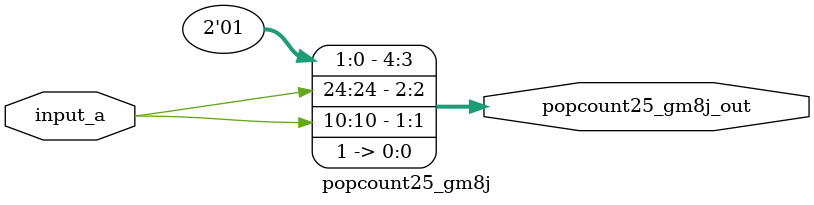
<source format=v>

module popcount25_gm8j(input [24:0] input_a, output [4:0] popcount25_gm8j_out);
  wire popcount25_gm8j_core_028;
  wire popcount25_gm8j_core_029;
  wire popcount25_gm8j_core_030;
  wire popcount25_gm8j_core_032;
  wire popcount25_gm8j_core_035;
  wire popcount25_gm8j_core_036;
  wire popcount25_gm8j_core_037;
  wire popcount25_gm8j_core_038;
  wire popcount25_gm8j_core_039;
  wire popcount25_gm8j_core_043;
  wire popcount25_gm8j_core_045;
  wire popcount25_gm8j_core_047;
  wire popcount25_gm8j_core_048;
  wire popcount25_gm8j_core_049;
  wire popcount25_gm8j_core_051;
  wire popcount25_gm8j_core_052;
  wire popcount25_gm8j_core_055;
  wire popcount25_gm8j_core_056;
  wire popcount25_gm8j_core_057;
  wire popcount25_gm8j_core_059;
  wire popcount25_gm8j_core_060;
  wire popcount25_gm8j_core_061;
  wire popcount25_gm8j_core_062;
  wire popcount25_gm8j_core_064;
  wire popcount25_gm8j_core_066;
  wire popcount25_gm8j_core_067;
  wire popcount25_gm8j_core_068;
  wire popcount25_gm8j_core_069;
  wire popcount25_gm8j_core_070;
  wire popcount25_gm8j_core_073;
  wire popcount25_gm8j_core_075;
  wire popcount25_gm8j_core_076;
  wire popcount25_gm8j_core_077;
  wire popcount25_gm8j_core_078;
  wire popcount25_gm8j_core_079;
  wire popcount25_gm8j_core_080;
  wire popcount25_gm8j_core_081;
  wire popcount25_gm8j_core_082;
  wire popcount25_gm8j_core_083;
  wire popcount25_gm8j_core_084;
  wire popcount25_gm8j_core_085;
  wire popcount25_gm8j_core_087;
  wire popcount25_gm8j_core_090;
  wire popcount25_gm8j_core_094;
  wire popcount25_gm8j_core_095;
  wire popcount25_gm8j_core_099;
  wire popcount25_gm8j_core_100;
  wire popcount25_gm8j_core_101;
  wire popcount25_gm8j_core_102;
  wire popcount25_gm8j_core_103;
  wire popcount25_gm8j_core_104;
  wire popcount25_gm8j_core_105;
  wire popcount25_gm8j_core_106;
  wire popcount25_gm8j_core_107;
  wire popcount25_gm8j_core_108;
  wire popcount25_gm8j_core_109;
  wire popcount25_gm8j_core_110;
  wire popcount25_gm8j_core_111;
  wire popcount25_gm8j_core_113;
  wire popcount25_gm8j_core_114;
  wire popcount25_gm8j_core_115;
  wire popcount25_gm8j_core_116;
  wire popcount25_gm8j_core_117;
  wire popcount25_gm8j_core_118;
  wire popcount25_gm8j_core_120;
  wire popcount25_gm8j_core_121;
  wire popcount25_gm8j_core_122;
  wire popcount25_gm8j_core_124;
  wire popcount25_gm8j_core_128;
  wire popcount25_gm8j_core_129;
  wire popcount25_gm8j_core_130;
  wire popcount25_gm8j_core_131;
  wire popcount25_gm8j_core_132;
  wire popcount25_gm8j_core_134;
  wire popcount25_gm8j_core_135;
  wire popcount25_gm8j_core_136;
  wire popcount25_gm8j_core_137;
  wire popcount25_gm8j_core_138;
  wire popcount25_gm8j_core_141;
  wire popcount25_gm8j_core_143;
  wire popcount25_gm8j_core_144;
  wire popcount25_gm8j_core_145_not;
  wire popcount25_gm8j_core_147;
  wire popcount25_gm8j_core_148;
  wire popcount25_gm8j_core_149;
  wire popcount25_gm8j_core_150;
  wire popcount25_gm8j_core_152;
  wire popcount25_gm8j_core_153;
  wire popcount25_gm8j_core_154;
  wire popcount25_gm8j_core_155;
  wire popcount25_gm8j_core_156;
  wire popcount25_gm8j_core_158;
  wire popcount25_gm8j_core_159;
  wire popcount25_gm8j_core_160;
  wire popcount25_gm8j_core_161;
  wire popcount25_gm8j_core_166;
  wire popcount25_gm8j_core_167;
  wire popcount25_gm8j_core_168;
  wire popcount25_gm8j_core_169;
  wire popcount25_gm8j_core_170;
  wire popcount25_gm8j_core_173;
  wire popcount25_gm8j_core_174;
  wire popcount25_gm8j_core_175;
  wire popcount25_gm8j_core_176;
  wire popcount25_gm8j_core_177;
  wire popcount25_gm8j_core_179;
  wire popcount25_gm8j_core_180;
  wire popcount25_gm8j_core_181;
  wire popcount25_gm8j_core_182;

  assign popcount25_gm8j_core_028 = input_a[1] | input_a[17];
  assign popcount25_gm8j_core_029 = ~(input_a[10] & input_a[20]);
  assign popcount25_gm8j_core_030 = ~input_a[8];
  assign popcount25_gm8j_core_032 = ~(input_a[7] & input_a[21]);
  assign popcount25_gm8j_core_035 = input_a[8] | input_a[11];
  assign popcount25_gm8j_core_036 = ~(input_a[22] & input_a[0]);
  assign popcount25_gm8j_core_037 = input_a[23] & input_a[8];
  assign popcount25_gm8j_core_038 = input_a[21] ^ input_a[17];
  assign popcount25_gm8j_core_039 = ~input_a[24];
  assign popcount25_gm8j_core_043 = ~(input_a[18] & input_a[9]);
  assign popcount25_gm8j_core_045 = ~input_a[0];
  assign popcount25_gm8j_core_047 = ~(input_a[4] ^ input_a[8]);
  assign popcount25_gm8j_core_048 = ~input_a[9];
  assign popcount25_gm8j_core_049 = ~(input_a[12] & input_a[15]);
  assign popcount25_gm8j_core_051 = input_a[19] & input_a[6];
  assign popcount25_gm8j_core_052 = input_a[23] & input_a[3];
  assign popcount25_gm8j_core_055 = input_a[22] | input_a[18];
  assign popcount25_gm8j_core_056 = ~(input_a[7] | input_a[3]);
  assign popcount25_gm8j_core_057 = input_a[5] ^ input_a[4];
  assign popcount25_gm8j_core_059 = input_a[10] | input_a[15];
  assign popcount25_gm8j_core_060 = input_a[20] | input_a[14];
  assign popcount25_gm8j_core_061 = ~input_a[11];
  assign popcount25_gm8j_core_062 = input_a[8] | input_a[1];
  assign popcount25_gm8j_core_064 = input_a[2] & input_a[18];
  assign popcount25_gm8j_core_066 = input_a[13] ^ input_a[11];
  assign popcount25_gm8j_core_067 = input_a[8] & input_a[4];
  assign popcount25_gm8j_core_068 = ~input_a[19];
  assign popcount25_gm8j_core_069 = ~(input_a[3] & input_a[2]);
  assign popcount25_gm8j_core_070 = input_a[13] | input_a[0];
  assign popcount25_gm8j_core_073 = ~(input_a[7] & input_a[10]);
  assign popcount25_gm8j_core_075 = ~(input_a[11] | input_a[21]);
  assign popcount25_gm8j_core_076 = input_a[16] & input_a[1];
  assign popcount25_gm8j_core_077 = ~(input_a[0] ^ input_a[5]);
  assign popcount25_gm8j_core_078 = input_a[24] | input_a[12];
  assign popcount25_gm8j_core_079 = ~input_a[10];
  assign popcount25_gm8j_core_080 = input_a[4] & input_a[13];
  assign popcount25_gm8j_core_081 = input_a[18] & input_a[1];
  assign popcount25_gm8j_core_082 = ~(input_a[4] & input_a[10]);
  assign popcount25_gm8j_core_083 = ~(input_a[20] & input_a[3]);
  assign popcount25_gm8j_core_084 = input_a[1] ^ input_a[0];
  assign popcount25_gm8j_core_085 = ~input_a[22];
  assign popcount25_gm8j_core_087 = ~input_a[23];
  assign popcount25_gm8j_core_090 = input_a[9] ^ input_a[21];
  assign popcount25_gm8j_core_094 = ~(input_a[0] | input_a[14]);
  assign popcount25_gm8j_core_095 = ~(input_a[22] | input_a[18]);
  assign popcount25_gm8j_core_099 = ~(input_a[6] ^ input_a[0]);
  assign popcount25_gm8j_core_100 = ~(input_a[7] | input_a[10]);
  assign popcount25_gm8j_core_101 = input_a[0] | input_a[10];
  assign popcount25_gm8j_core_102 = ~input_a[20];
  assign popcount25_gm8j_core_103 = ~(input_a[10] & input_a[17]);
  assign popcount25_gm8j_core_104 = ~input_a[11];
  assign popcount25_gm8j_core_105 = ~(input_a[2] ^ input_a[10]);
  assign popcount25_gm8j_core_106 = ~(input_a[18] ^ input_a[21]);
  assign popcount25_gm8j_core_107 = input_a[14] & input_a[4];
  assign popcount25_gm8j_core_108 = ~(input_a[4] ^ input_a[22]);
  assign popcount25_gm8j_core_109 = ~(input_a[19] ^ input_a[8]);
  assign popcount25_gm8j_core_110 = ~input_a[17];
  assign popcount25_gm8j_core_111 = input_a[9] & input_a[13];
  assign popcount25_gm8j_core_113 = input_a[2] | input_a[23];
  assign popcount25_gm8j_core_114 = ~(input_a[4] | input_a[17]);
  assign popcount25_gm8j_core_115 = ~(input_a[20] | input_a[7]);
  assign popcount25_gm8j_core_116 = input_a[8] & input_a[10];
  assign popcount25_gm8j_core_117 = ~(input_a[16] & input_a[10]);
  assign popcount25_gm8j_core_118 = input_a[19] | input_a[5];
  assign popcount25_gm8j_core_120 = ~(input_a[0] & input_a[2]);
  assign popcount25_gm8j_core_121 = ~(input_a[15] | input_a[21]);
  assign popcount25_gm8j_core_122 = input_a[19] & input_a[24];
  assign popcount25_gm8j_core_124 = input_a[24] | input_a[16];
  assign popcount25_gm8j_core_128 = ~input_a[4];
  assign popcount25_gm8j_core_129 = input_a[15] ^ input_a[20];
  assign popcount25_gm8j_core_130 = ~(input_a[7] ^ input_a[23]);
  assign popcount25_gm8j_core_131 = ~(input_a[24] | input_a[0]);
  assign popcount25_gm8j_core_132 = ~(input_a[22] | input_a[8]);
  assign popcount25_gm8j_core_134 = input_a[22] | input_a[3];
  assign popcount25_gm8j_core_135 = ~(input_a[21] & input_a[6]);
  assign popcount25_gm8j_core_136 = ~(input_a[0] & input_a[8]);
  assign popcount25_gm8j_core_137 = ~input_a[5];
  assign popcount25_gm8j_core_138 = input_a[4] & input_a[12];
  assign popcount25_gm8j_core_141 = ~(input_a[17] & input_a[9]);
  assign popcount25_gm8j_core_143 = input_a[20] | input_a[0];
  assign popcount25_gm8j_core_144 = ~(input_a[12] & input_a[8]);
  assign popcount25_gm8j_core_145_not = ~input_a[17];
  assign popcount25_gm8j_core_147 = ~(input_a[24] | input_a[7]);
  assign popcount25_gm8j_core_148 = ~(input_a[0] ^ input_a[20]);
  assign popcount25_gm8j_core_149 = ~(input_a[2] | input_a[22]);
  assign popcount25_gm8j_core_150 = input_a[17] & input_a[11];
  assign popcount25_gm8j_core_152 = input_a[14] ^ input_a[12];
  assign popcount25_gm8j_core_153 = ~input_a[12];
  assign popcount25_gm8j_core_154 = ~(input_a[9] & input_a[7]);
  assign popcount25_gm8j_core_155 = ~input_a[5];
  assign popcount25_gm8j_core_156 = input_a[10] & input_a[13];
  assign popcount25_gm8j_core_158 = ~(input_a[15] ^ input_a[9]);
  assign popcount25_gm8j_core_159 = input_a[3] ^ input_a[8];
  assign popcount25_gm8j_core_160 = input_a[21] & input_a[23];
  assign popcount25_gm8j_core_161 = ~(input_a[18] & input_a[23]);
  assign popcount25_gm8j_core_166 = ~(input_a[0] | input_a[5]);
  assign popcount25_gm8j_core_167 = input_a[4] | input_a[18];
  assign popcount25_gm8j_core_168 = input_a[1] ^ input_a[12];
  assign popcount25_gm8j_core_169 = input_a[22] ^ input_a[21];
  assign popcount25_gm8j_core_170 = input_a[0] & input_a[20];
  assign popcount25_gm8j_core_173 = input_a[15] & input_a[24];
  assign popcount25_gm8j_core_174 = input_a[9] ^ input_a[9];
  assign popcount25_gm8j_core_175 = ~(input_a[0] & input_a[3]);
  assign popcount25_gm8j_core_176 = ~input_a[10];
  assign popcount25_gm8j_core_177 = input_a[23] & input_a[2];
  assign popcount25_gm8j_core_179 = input_a[20] & input_a[9];
  assign popcount25_gm8j_core_180 = ~(input_a[14] | input_a[11]);
  assign popcount25_gm8j_core_181 = ~(input_a[18] & input_a[0]);
  assign popcount25_gm8j_core_182 = input_a[20] | input_a[24];

  assign popcount25_gm8j_out[0] = 1'b1;
  assign popcount25_gm8j_out[1] = input_a[10];
  assign popcount25_gm8j_out[2] = input_a[24];
  assign popcount25_gm8j_out[3] = 1'b1;
  assign popcount25_gm8j_out[4] = 1'b0;
endmodule
</source>
